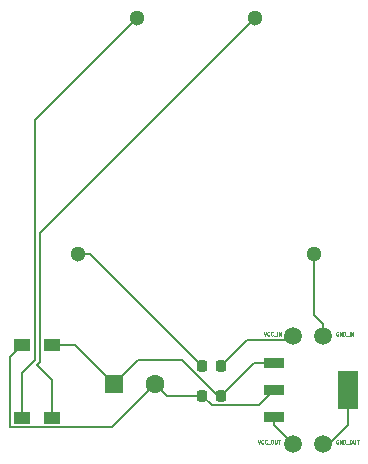
<source format=gbr>
%TF.GenerationSoftware,KiCad,Pcbnew,9.0.0*%
%TF.CreationDate,2025-03-04T05:22:46+01:00*%
%TF.ProjectId,PSU5V,50535535-562e-46b6-9963-61645f706362,rev?*%
%TF.SameCoordinates,Original*%
%TF.FileFunction,Copper,L1,Top*%
%TF.FilePolarity,Positive*%
%FSLAX46Y46*%
G04 Gerber Fmt 4.6, Leading zero omitted, Abs format (unit mm)*
G04 Created by KiCad (PCBNEW 9.0.0) date 2025-03-04 05:22:46*
%MOMM*%
%LPD*%
G01*
G04 APERTURE LIST*
G04 Aperture macros list*
%AMRoundRect*
0 Rectangle with rounded corners*
0 $1 Rounding radius*
0 $2 $3 $4 $5 $6 $7 $8 $9 X,Y pos of 4 corners*
0 Add a 4 corners polygon primitive as box body*
4,1,4,$2,$3,$4,$5,$6,$7,$8,$9,$2,$3,0*
0 Add four circle primitives for the rounded corners*
1,1,$1+$1,$2,$3*
1,1,$1+$1,$4,$5*
1,1,$1+$1,$6,$7*
1,1,$1+$1,$8,$9*
0 Add four rect primitives between the rounded corners*
20,1,$1+$1,$2,$3,$4,$5,0*
20,1,$1+$1,$4,$5,$6,$7,0*
20,1,$1+$1,$6,$7,$8,$9,0*
20,1,$1+$1,$8,$9,$2,$3,0*%
G04 Aperture macros list end*
%ADD10C,0.060000*%
%TA.AperFunction,NonConductor*%
%ADD11C,0.060000*%
%TD*%
%ADD12C,0.075000*%
%TA.AperFunction,NonConductor*%
%ADD13C,0.075000*%
%TD*%
%TA.AperFunction,SMDPad,CuDef*%
%ADD14RoundRect,0.218750X0.218750X0.256250X-0.218750X0.256250X-0.218750X-0.256250X0.218750X-0.256250X0*%
%TD*%
%TA.AperFunction,SMDPad,CuDef*%
%ADD15RoundRect,0.225000X0.225000X0.250000X-0.225000X0.250000X-0.225000X-0.250000X0.225000X-0.250000X0*%
%TD*%
%TA.AperFunction,ComponentPad*%
%ADD16R,1.600000X1.600000*%
%TD*%
%TA.AperFunction,ComponentPad*%
%ADD17C,1.600000*%
%TD*%
%TA.AperFunction,SMDPad,CuDef*%
%ADD18R,1.750000X0.950000*%
%TD*%
%TA.AperFunction,SMDPad,CuDef*%
%ADD19R,1.750000X3.200000*%
%TD*%
%TA.AperFunction,ComponentPad*%
%ADD20C,1.300000*%
%TD*%
%TA.AperFunction,SMDPad,CuDef*%
%ADD21R,1.400000X1.000000*%
%TD*%
%TA.AperFunction,ViaPad*%
%ADD22C,1.500000*%
%TD*%
%TA.AperFunction,Conductor*%
%ADD23C,0.200000*%
%TD*%
G04 APERTURE END LIST*
D10*
D11*
X61736044Y-68254451D02*
X61707473Y-68240165D01*
X61707473Y-68240165D02*
X61664615Y-68240165D01*
X61664615Y-68240165D02*
X61621758Y-68254451D01*
X61621758Y-68254451D02*
X61593187Y-68283022D01*
X61593187Y-68283022D02*
X61578901Y-68311594D01*
X61578901Y-68311594D02*
X61564615Y-68368737D01*
X61564615Y-68368737D02*
X61564615Y-68411594D01*
X61564615Y-68411594D02*
X61578901Y-68468737D01*
X61578901Y-68468737D02*
X61593187Y-68497308D01*
X61593187Y-68497308D02*
X61621758Y-68525880D01*
X61621758Y-68525880D02*
X61664615Y-68540165D01*
X61664615Y-68540165D02*
X61693187Y-68540165D01*
X61693187Y-68540165D02*
X61736044Y-68525880D01*
X61736044Y-68525880D02*
X61750330Y-68511594D01*
X61750330Y-68511594D02*
X61750330Y-68411594D01*
X61750330Y-68411594D02*
X61693187Y-68411594D01*
X61878901Y-68540165D02*
X61878901Y-68240165D01*
X61878901Y-68240165D02*
X62050330Y-68540165D01*
X62050330Y-68540165D02*
X62050330Y-68240165D01*
X62193187Y-68540165D02*
X62193187Y-68240165D01*
X62193187Y-68240165D02*
X62264616Y-68240165D01*
X62264616Y-68240165D02*
X62307473Y-68254451D01*
X62307473Y-68254451D02*
X62336044Y-68283022D01*
X62336044Y-68283022D02*
X62350330Y-68311594D01*
X62350330Y-68311594D02*
X62364616Y-68368737D01*
X62364616Y-68368737D02*
X62364616Y-68411594D01*
X62364616Y-68411594D02*
X62350330Y-68468737D01*
X62350330Y-68468737D02*
X62336044Y-68497308D01*
X62336044Y-68497308D02*
X62307473Y-68525880D01*
X62307473Y-68525880D02*
X62264616Y-68540165D01*
X62264616Y-68540165D02*
X62193187Y-68540165D01*
X62421759Y-68568737D02*
X62650330Y-68568737D01*
X62778901Y-68240165D02*
X62836044Y-68240165D01*
X62836044Y-68240165D02*
X62864615Y-68254451D01*
X62864615Y-68254451D02*
X62893187Y-68283022D01*
X62893187Y-68283022D02*
X62907472Y-68340165D01*
X62907472Y-68340165D02*
X62907472Y-68440165D01*
X62907472Y-68440165D02*
X62893187Y-68497308D01*
X62893187Y-68497308D02*
X62864615Y-68525880D01*
X62864615Y-68525880D02*
X62836044Y-68540165D01*
X62836044Y-68540165D02*
X62778901Y-68540165D01*
X62778901Y-68540165D02*
X62750330Y-68525880D01*
X62750330Y-68525880D02*
X62721758Y-68497308D01*
X62721758Y-68497308D02*
X62707472Y-68440165D01*
X62707472Y-68440165D02*
X62707472Y-68340165D01*
X62707472Y-68340165D02*
X62721758Y-68283022D01*
X62721758Y-68283022D02*
X62750330Y-68254451D01*
X62750330Y-68254451D02*
X62778901Y-68240165D01*
X63036044Y-68240165D02*
X63036044Y-68483022D01*
X63036044Y-68483022D02*
X63050330Y-68511594D01*
X63050330Y-68511594D02*
X63064616Y-68525880D01*
X63064616Y-68525880D02*
X63093187Y-68540165D01*
X63093187Y-68540165D02*
X63150330Y-68540165D01*
X63150330Y-68540165D02*
X63178901Y-68525880D01*
X63178901Y-68525880D02*
X63193187Y-68511594D01*
X63193187Y-68511594D02*
X63207473Y-68483022D01*
X63207473Y-68483022D02*
X63207473Y-68240165D01*
X63307473Y-68240165D02*
X63478902Y-68240165D01*
X63393187Y-68540165D02*
X63393187Y-68240165D01*
D10*
D11*
X54932044Y-68240165D02*
X55032044Y-68540165D01*
X55032044Y-68540165D02*
X55132044Y-68240165D01*
X55403473Y-68511594D02*
X55389187Y-68525880D01*
X55389187Y-68525880D02*
X55346330Y-68540165D01*
X55346330Y-68540165D02*
X55317758Y-68540165D01*
X55317758Y-68540165D02*
X55274901Y-68525880D01*
X55274901Y-68525880D02*
X55246330Y-68497308D01*
X55246330Y-68497308D02*
X55232044Y-68468737D01*
X55232044Y-68468737D02*
X55217758Y-68411594D01*
X55217758Y-68411594D02*
X55217758Y-68368737D01*
X55217758Y-68368737D02*
X55232044Y-68311594D01*
X55232044Y-68311594D02*
X55246330Y-68283022D01*
X55246330Y-68283022D02*
X55274901Y-68254451D01*
X55274901Y-68254451D02*
X55317758Y-68240165D01*
X55317758Y-68240165D02*
X55346330Y-68240165D01*
X55346330Y-68240165D02*
X55389187Y-68254451D01*
X55389187Y-68254451D02*
X55403473Y-68268737D01*
X55703473Y-68511594D02*
X55689187Y-68525880D01*
X55689187Y-68525880D02*
X55646330Y-68540165D01*
X55646330Y-68540165D02*
X55617758Y-68540165D01*
X55617758Y-68540165D02*
X55574901Y-68525880D01*
X55574901Y-68525880D02*
X55546330Y-68497308D01*
X55546330Y-68497308D02*
X55532044Y-68468737D01*
X55532044Y-68468737D02*
X55517758Y-68411594D01*
X55517758Y-68411594D02*
X55517758Y-68368737D01*
X55517758Y-68368737D02*
X55532044Y-68311594D01*
X55532044Y-68311594D02*
X55546330Y-68283022D01*
X55546330Y-68283022D02*
X55574901Y-68254451D01*
X55574901Y-68254451D02*
X55617758Y-68240165D01*
X55617758Y-68240165D02*
X55646330Y-68240165D01*
X55646330Y-68240165D02*
X55689187Y-68254451D01*
X55689187Y-68254451D02*
X55703473Y-68268737D01*
X55760616Y-68568737D02*
X55989187Y-68568737D01*
X56117758Y-68240165D02*
X56174901Y-68240165D01*
X56174901Y-68240165D02*
X56203472Y-68254451D01*
X56203472Y-68254451D02*
X56232044Y-68283022D01*
X56232044Y-68283022D02*
X56246329Y-68340165D01*
X56246329Y-68340165D02*
X56246329Y-68440165D01*
X56246329Y-68440165D02*
X56232044Y-68497308D01*
X56232044Y-68497308D02*
X56203472Y-68525880D01*
X56203472Y-68525880D02*
X56174901Y-68540165D01*
X56174901Y-68540165D02*
X56117758Y-68540165D01*
X56117758Y-68540165D02*
X56089187Y-68525880D01*
X56089187Y-68525880D02*
X56060615Y-68497308D01*
X56060615Y-68497308D02*
X56046329Y-68440165D01*
X56046329Y-68440165D02*
X56046329Y-68340165D01*
X56046329Y-68340165D02*
X56060615Y-68283022D01*
X56060615Y-68283022D02*
X56089187Y-68254451D01*
X56089187Y-68254451D02*
X56117758Y-68240165D01*
X56374901Y-68240165D02*
X56374901Y-68483022D01*
X56374901Y-68483022D02*
X56389187Y-68511594D01*
X56389187Y-68511594D02*
X56403473Y-68525880D01*
X56403473Y-68525880D02*
X56432044Y-68540165D01*
X56432044Y-68540165D02*
X56489187Y-68540165D01*
X56489187Y-68540165D02*
X56517758Y-68525880D01*
X56517758Y-68525880D02*
X56532044Y-68511594D01*
X56532044Y-68511594D02*
X56546330Y-68483022D01*
X56546330Y-68483022D02*
X56546330Y-68240165D01*
X56646330Y-68240165D02*
X56817759Y-68240165D01*
X56732044Y-68540165D02*
X56732044Y-68240165D01*
D12*
D13*
X55449913Y-59095385D02*
X55549913Y-59395385D01*
X55549913Y-59395385D02*
X55649913Y-59095385D01*
X55921342Y-59366814D02*
X55907056Y-59381100D01*
X55907056Y-59381100D02*
X55864199Y-59395385D01*
X55864199Y-59395385D02*
X55835627Y-59395385D01*
X55835627Y-59395385D02*
X55792770Y-59381100D01*
X55792770Y-59381100D02*
X55764199Y-59352528D01*
X55764199Y-59352528D02*
X55749913Y-59323957D01*
X55749913Y-59323957D02*
X55735627Y-59266814D01*
X55735627Y-59266814D02*
X55735627Y-59223957D01*
X55735627Y-59223957D02*
X55749913Y-59166814D01*
X55749913Y-59166814D02*
X55764199Y-59138242D01*
X55764199Y-59138242D02*
X55792770Y-59109671D01*
X55792770Y-59109671D02*
X55835627Y-59095385D01*
X55835627Y-59095385D02*
X55864199Y-59095385D01*
X55864199Y-59095385D02*
X55907056Y-59109671D01*
X55907056Y-59109671D02*
X55921342Y-59123957D01*
X56221342Y-59366814D02*
X56207056Y-59381100D01*
X56207056Y-59381100D02*
X56164199Y-59395385D01*
X56164199Y-59395385D02*
X56135627Y-59395385D01*
X56135627Y-59395385D02*
X56092770Y-59381100D01*
X56092770Y-59381100D02*
X56064199Y-59352528D01*
X56064199Y-59352528D02*
X56049913Y-59323957D01*
X56049913Y-59323957D02*
X56035627Y-59266814D01*
X56035627Y-59266814D02*
X56035627Y-59223957D01*
X56035627Y-59223957D02*
X56049913Y-59166814D01*
X56049913Y-59166814D02*
X56064199Y-59138242D01*
X56064199Y-59138242D02*
X56092770Y-59109671D01*
X56092770Y-59109671D02*
X56135627Y-59095385D01*
X56135627Y-59095385D02*
X56164199Y-59095385D01*
X56164199Y-59095385D02*
X56207056Y-59109671D01*
X56207056Y-59109671D02*
X56221342Y-59123957D01*
X56278485Y-59423957D02*
X56507056Y-59423957D01*
X56578484Y-59395385D02*
X56578484Y-59095385D01*
X56721341Y-59395385D02*
X56721341Y-59095385D01*
X56721341Y-59095385D02*
X56892770Y-59395385D01*
X56892770Y-59395385D02*
X56892770Y-59095385D01*
D10*
D11*
X61736044Y-59110451D02*
X61707473Y-59096165D01*
X61707473Y-59096165D02*
X61664615Y-59096165D01*
X61664615Y-59096165D02*
X61621758Y-59110451D01*
X61621758Y-59110451D02*
X61593187Y-59139022D01*
X61593187Y-59139022D02*
X61578901Y-59167594D01*
X61578901Y-59167594D02*
X61564615Y-59224737D01*
X61564615Y-59224737D02*
X61564615Y-59267594D01*
X61564615Y-59267594D02*
X61578901Y-59324737D01*
X61578901Y-59324737D02*
X61593187Y-59353308D01*
X61593187Y-59353308D02*
X61621758Y-59381880D01*
X61621758Y-59381880D02*
X61664615Y-59396165D01*
X61664615Y-59396165D02*
X61693187Y-59396165D01*
X61693187Y-59396165D02*
X61736044Y-59381880D01*
X61736044Y-59381880D02*
X61750330Y-59367594D01*
X61750330Y-59367594D02*
X61750330Y-59267594D01*
X61750330Y-59267594D02*
X61693187Y-59267594D01*
X61878901Y-59396165D02*
X61878901Y-59096165D01*
X61878901Y-59096165D02*
X62050330Y-59396165D01*
X62050330Y-59396165D02*
X62050330Y-59096165D01*
X62193187Y-59396165D02*
X62193187Y-59096165D01*
X62193187Y-59096165D02*
X62264616Y-59096165D01*
X62264616Y-59096165D02*
X62307473Y-59110451D01*
X62307473Y-59110451D02*
X62336044Y-59139022D01*
X62336044Y-59139022D02*
X62350330Y-59167594D01*
X62350330Y-59167594D02*
X62364616Y-59224737D01*
X62364616Y-59224737D02*
X62364616Y-59267594D01*
X62364616Y-59267594D02*
X62350330Y-59324737D01*
X62350330Y-59324737D02*
X62336044Y-59353308D01*
X62336044Y-59353308D02*
X62307473Y-59381880D01*
X62307473Y-59381880D02*
X62264616Y-59396165D01*
X62264616Y-59396165D02*
X62193187Y-59396165D01*
X62421759Y-59424737D02*
X62650330Y-59424737D01*
X62721758Y-59396165D02*
X62721758Y-59096165D01*
X62864615Y-59396165D02*
X62864615Y-59096165D01*
X62864615Y-59096165D02*
X63036044Y-59396165D01*
X63036044Y-59396165D02*
X63036044Y-59096165D01*
D14*
%TO.P,F1,1*%
%TO.N,VCC*%
X51816000Y-61976000D03*
%TO.P,F1,2*%
%TO.N,Net-(T1-PRI_1)*%
X50241000Y-61976000D03*
%TD*%
D15*
%TO.P,C2,1*%
%TO.N,Net-(BR1-+)*%
X51803500Y-64486000D03*
%TO.P,C2,2*%
%TO.N,Net-(BR1--)*%
X50253500Y-64486000D03*
%TD*%
D16*
%TO.P,C1,1*%
%TO.N,Net-(BR1-+)*%
X42728000Y-63500000D03*
D17*
%TO.P,C1,2*%
%TO.N,Net-(BR1--)*%
X46228000Y-63500000D03*
%TD*%
D18*
%TO.P,IC1,1,INPUT*%
%TO.N,Net-(BR1-+)*%
X56286000Y-61708000D03*
%TO.P,IC1,2,GND_1*%
%TO.N,Net-(BR1--)*%
X56286000Y-64008000D03*
%TO.P,IC1,3,OUTPUT*%
%TO.N,VCC*%
X56286000Y-66308000D03*
D19*
%TO.P,IC1,4,GND_2*%
%TO.N,GND*%
X62586000Y-64008000D03*
%TD*%
D20*
%TO.P,T1,1,PRI_1*%
%TO.N,Net-(T1-PRI_1)*%
X39704000Y-52512000D03*
%TO.P,T1,5,PRI_2*%
%TO.N,AC*%
X59704000Y-52512000D03*
%TO.P,T1,7,SEC_1*%
%TO.N,Net-(BR1-~_1)*%
X54704000Y-32512000D03*
%TO.P,T1,9,SEC_2*%
%TO.N,Net-(BR1-~_2)*%
X44704000Y-32512000D03*
%TD*%
D21*
%TO.P,BR1,1,+*%
%TO.N,Net-(BR1-+)*%
X37499000Y-60212000D03*
%TO.P,BR1,2,~_1*%
%TO.N,Net-(BR1-~_1)*%
X37499000Y-66362000D03*
%TO.P,BR1,3,~_2*%
%TO.N,Net-(BR1-~_2)*%
X34959000Y-66362000D03*
%TO.P,BR1,4,-*%
%TO.N,Net-(BR1--)*%
X34959000Y-60212000D03*
%TD*%
D22*
%TO.N,GND*%
X60452000Y-68580000D03*
%TO.N,AC*%
X60452000Y-59436000D03*
%TO.N,VCC*%
X57912000Y-68580000D03*
X57912000Y-59436000D03*
%TD*%
D23*
%TO.N,GND*%
X60452000Y-68580000D02*
X60960000Y-68580000D01*
X60960000Y-68580000D02*
X62586000Y-66954000D01*
X62586000Y-66954000D02*
X62586000Y-64008000D01*
%TO.N,AC*%
X60452000Y-58420000D02*
X59704000Y-57672000D01*
X60452000Y-59436000D02*
X60452000Y-58420000D01*
X59704000Y-57672000D02*
X59704000Y-52512000D01*
%TO.N,VCC*%
X51816000Y-61976000D02*
X54024543Y-59767457D01*
X57912000Y-68580000D02*
X56286000Y-66954000D01*
X57912000Y-59436000D02*
X57912000Y-58928000D01*
X54024543Y-59767457D02*
X57179543Y-59767457D01*
X57179543Y-59767457D02*
X57511000Y-59436000D01*
X56286000Y-66954000D02*
X56286000Y-66308000D01*
%TO.N,Net-(BR1-~_1)*%
X36234100Y-61869000D02*
X37499000Y-63133900D01*
X36469000Y-61634100D02*
X36234100Y-61869000D01*
X36469000Y-50747000D02*
X36469000Y-61634100D01*
X54704000Y-32512000D02*
X36469000Y-50747000D01*
X37499000Y-63133900D02*
X37499000Y-66362000D01*
%TO.N,Net-(BR1-~_2)*%
X36068000Y-41148000D02*
X36068000Y-61468000D01*
X34959000Y-62577000D02*
X34959000Y-66362000D01*
X44704000Y-32512000D02*
X36068000Y-41148000D01*
X36068000Y-61468000D02*
X34959000Y-62577000D01*
%TO.N,Net-(BR1-+)*%
X42728000Y-63500000D02*
X44760000Y-61468000D01*
X56286000Y-61708000D02*
X54581500Y-61708000D01*
X37499000Y-60212000D02*
X39440000Y-60212000D01*
X48516900Y-61468000D02*
X51534900Y-64486000D01*
X51534900Y-64486000D02*
X51803500Y-64486000D01*
X44760000Y-61468000D02*
X48516900Y-61468000D01*
X54581500Y-61708000D02*
X51803500Y-64486000D01*
X39440000Y-60212000D02*
X42728000Y-63500000D01*
%TO.N,Net-(BR1--)*%
X33958000Y-67163000D02*
X42565000Y-67163000D01*
X33958000Y-61213000D02*
X33958000Y-67163000D01*
X55032000Y-65262000D02*
X56286000Y-64008000D01*
X34959000Y-60212000D02*
X33958000Y-61213000D01*
X51029500Y-65262000D02*
X55032000Y-65262000D01*
X50253500Y-64486000D02*
X47214000Y-64486000D01*
X50253500Y-64486000D02*
X51029500Y-65262000D01*
X47214000Y-64486000D02*
X46228000Y-63500000D01*
X42565000Y-67163000D02*
X46228000Y-63500000D01*
%TO.N,Net-(T1-PRI_1)*%
X40777000Y-52512000D02*
X50241000Y-61976000D01*
X39704000Y-52512000D02*
X40777000Y-52512000D01*
%TD*%
M02*

</source>
